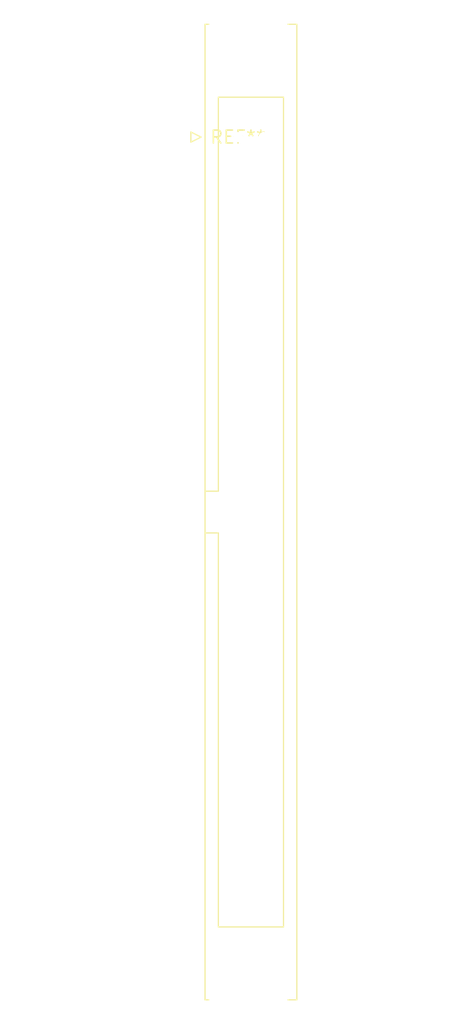
<source format=kicad_pcb>
(kicad_pcb (version 20240108) (generator pcbnew)
  (layers (0 "F.Cu" signal) (31 "B.Cu" signal) (34 "B.Paste" user) (35 "F.Paste" user) (36 "B.SilkS" user "B.Silkscreen") (37 "F.SilkS" user "F.Silkscreen") (38 "B.Mask" user) (39 "F.Mask" user) (44 "Edge.Cuts" user))
  (net 0 "")
  (footprint "IDC-Header_2x30-1MP_P2.54mm_Latch_Vertical" (layer "F.Cu") (at 0 0)
    (property "Reference" "REF**")
    (property "Value" "IDC-Header_2x30-1MP_P2.54mm_Latch_Vertical")
    (fp_line (start -4.63 -0.5) (end -4.63 0.5) (layer "F.SilkS") (stroke (width 0.12)))
    (fp_line (start -4.63 0.5) (end -3.63 0) (layer "F.SilkS") (stroke (width 0.12)))
    (fp_line (start -3.63 0) (end -4.63 -0.5) (layer "F.SilkS") (stroke (width 0.12)))
    (fp_line (start -3.24 -11.08) (end -3.24 84.74) (layer "F.SilkS") (stroke (width 0.12)))
    (fp_line (start -3.24 34.78) (end -1.93 34.78) (layer "F.SilkS") (stroke (width 0.12)))
    (fp_line (start -3.24 84.74) (end -2.87 84.74) (layer "F.SilkS") (stroke (width 0.12)))
    (fp_line (start -2.87 -11.08) (end -3.24 -11.08) (layer "F.SilkS") (stroke (width 0.12)))
    (fp_line (start -1.93 -3.92) (end 4.47 -3.92) (layer "F.SilkS") (stroke (width 0.12)))
    (fp_line (start -1.93 34.78) (end -1.93 -3.92) (layer "F.SilkS") (stroke (width 0.12)))
    (fp_line (start -1.93 38.88) (end -3.24 38.88) (layer "F.SilkS") (stroke (width 0.12)))
    (fp_line (start -1.93 38.88) (end -1.93 38.88) (layer "F.SilkS") (stroke (width 0.12)))
    (fp_line (start -1.93 77.58) (end -1.93 38.88) (layer "F.SilkS") (stroke (width 0.12)))
    (fp_line (start 4.47 -3.92) (end 4.47 77.58) (layer "F.SilkS") (stroke (width 0.12)))
    (fp_line (start 4.47 77.58) (end -1.93 77.58) (layer "F.SilkS") (stroke (width 0.12)))
    (fp_line (start 4.91 -11.08) (end 5.78 -11.08) (layer "F.SilkS") (stroke (width 0.12)))
    (fp_line (start 5.78 -11.08) (end 5.78 84.74) (layer "F.SilkS") (stroke (width 0.12)))
    (fp_line (start 5.78 84.74) (end 4.91 84.74) (layer "F.SilkS") (stroke (width 0.12)))
    (pad "1" thru_hole roundrect (at 0 0) (size 1.7 1.7) (drill 1) (layers *.Cu *.Mask) (remove_unused_layers) (roundrect_rratio 0.147059))
    (pad "2" thru_hole circle (at 2.54 0) (size 1.7 1.7) (drill 1) (layers *.Cu *.Mask) (remove_unused_layers))
    (pad "3" thru_hole circle (at 0 2.54) (size 1.7 1.7) (drill 1) (layers *.Cu *.Mask) (remove_unused_layers))
    (pad "4" thru_hole circle (at 2.54 2.54) (size 1.7 1.7) (drill 1) (layers *.Cu *.Mask) (remove_unused_layers))
    (pad "5" thru_hole circle (at 0 5.08) (size 1.7 1.7) (drill 1) (layers *.Cu *.Mask) (remove_unused_layers))
    (pad "6" thru_hole circle (at 2.54 5.08) (size 1.7 1.7) (drill 1) (layers *.Cu *.Mask) (remove_unused_layers))
    (pad "7" thru_hole circle (at 0 7.62) (size 1.7 1.7) (drill 1) (layers *.Cu *.Mask) (remove_unused_layers))
    (pad "8" thru_hole circle (at 2.54 7.62) (size 1.7 1.7) (drill 1) (layers *.Cu *.Mask) (remove_unused_layers))
    (pad "9" thru_hole circle (at 0 10.16) (size 1.7 1.7) (drill 1) (layers *.Cu *.Mask) (remove_unused_layers))
    (pad "10" thru_hole circle (at 2.54 10.16) (size 1.7 1.7) (drill 1) (layers *.Cu *.Mask) (remove_unused_layers))
    (pad "11" thru_hole circle (at 0 12.7) (size 1.7 1.7) (drill 1) (layers *.Cu *.Mask) (remove_unused_layers))
    (pad "12" thru_hole circle (at 2.54 12.7) (size 1.7 1.7) (drill 1) (layers *.Cu *.Mask) (remove_unused_layers))
    (pad "13" thru_hole circle (at 0 15.24) (size 1.7 1.7) (drill 1) (layers *.Cu *.Mask) (remove_unused_layers))
    (pad "14" thru_hole circle (at 2.54 15.24) (size 1.7 1.7) (drill 1) (layers *.Cu *.Mask) (remove_unused_layers))
    (pad "15" thru_hole circle (at 0 17.78) (size 1.7 1.7) (drill 1) (layers *.Cu *.Mask) (remove_unused_layers))
    (pad "16" thru_hole circle (at 2.54 17.78) (size 1.7 1.7) (drill 1) (layers *.Cu *.Mask) (remove_unused_layers))
    (pad "17" thru_hole circle (at 0 20.32) (size 1.7 1.7) (drill 1) (layers *.Cu *.Mask) (remove_unused_layers))
    (pad "18" thru_hole circle (at 2.54 20.32) (size 1.7 1.7) (drill 1) (layers *.Cu *.Mask) (remove_unused_layers))
    (pad "19" thru_hole circle (at 0 22.86) (size 1.7 1.7) (drill 1) (layers *.Cu *.Mask) (remove_unused_layers))
    (pad "20" thru_hole circle (at 2.54 22.86) (size 1.7 1.7) (drill 1) (layers *.Cu *.Mask) (remove_unused_layers))
    (pad "21" thru_hole circle (at 0 25.4) (size 1.7 1.7) (drill 1) (layers *.Cu *.Mask) (remove_unused_layers))
    (pad "22" thru_hole circle (at 2.54 25.4) (size 1.7 1.7) (drill 1) (layers *.Cu *.Mask) (remove_unused_layers))
    (pad "23" thru_hole circle (at 0 27.94) (size 1.7 1.7) (drill 1) (layers *.Cu *.Mask) (remove_unused_layers))
    (pad "24" thru_hole circle (at 2.54 27.94) (size 1.7 1.7) (drill 1) (layers *.Cu *.Mask) (remove_unused_layers))
    (pad "25" thru_hole circle (at 0 30.48) (size 1.7 1.7) (drill 1) (layers *.Cu *.Mask) (remove_unused_layers))
    (pad "26" thru_hole circle (at 2.54 30.48) (size 1.7 1.7) (drill 1) (layers *.Cu *.Mask) (remove_unused_layers))
    (pad "27" thru_hole circle (at 0 33.02) (size 1.7 1.7) (drill 1) (layers *.Cu *.Mask) (remove_unused_layers))
    (pad "28" thru_hole circle (at 2.54 33.02) (size 1.7 1.7) (drill 1) (layers *.Cu *.Mask) (remove_unused_layers))
    (pad "29" thru_hole circle (at 0 35.56) (size 1.7 1.7) (drill 1) (layers *.Cu *.Mask) (remove_unused_layers))
    (pad "30" thru_hole circle (at 2.54 35.56) (size 1.7 1.7) (drill 1) (layers *.Cu *.Mask) (remove_unused_layers))
    (pad "31" thru_hole circle (at 0 38.1) (size 1.7 1.7) (drill 1) (layers *.Cu *.Mask) (remove_unused_layers))
    (pad "32" thru_hole circle (at 2.54 38.1) (size 1.7 1.7) (drill 1) (layers *.Cu *.Mask) (remove_unused_layers))
    (pad "33" thru_hole circle (at 0 40.64) (size 1.7 1.7) (drill 1) (layers *.Cu *.Mask) (remove_unused_layers))
    (pad "34" thru_hole circle (at 2.54 40.64) (size 1.7 1.7) (drill 1) (layers *.Cu *.Mask) (remove_unused_layers))
    (pad "35" thru_hole circle (at 0 43.18) (size 1.7 1.7) (drill 1) (layers *.Cu *.Mask) (remove_unused_layers))
    (pad "36" thru_hole circle (at 2.54 43.18) (size 1.7 1.7) (drill 1) (layers *.Cu *.Mask) (remove_unused_layers))
    (pad "37" thru_hole circle (at 0 45.72) (size 1.7 1.7) (drill 1) (layers *.Cu *.Mask) (remove_unused_layers))
    (pad "38" thru_hole circle (at 2.54 45.72) (size 1.7 1.7) (drill 1) (layers *.Cu *.Mask) (remove_unused_layers))
    (pad "39" thru_hole circle (at 0 48.26) (size 1.7 1.7) (drill 1) (layers *.Cu *.Mask) (remove_unused_layers))
    (pad "40" thru_hole circle (at 2.54 48.26) (size 1.7 1.7) (drill 1) (layers *.Cu *.Mask) (remove_unused_layers))
    (pad "41" thru_hole circle (at 0 50.8) (size 1.7 1.7) (drill 1) (layers *.Cu *.Mask) (remove_unused_layers))
    (pad "42" thru_hole circle (at 2.54 50.8) (size 1.7 1.7) (drill 1) (layers *.Cu *.Mask) (remove_unused_layers))
    (pad "43" thru_hole circle (at 0 53.34) (size 1.7 1.7) (drill 1) (layers *.Cu *.Mask) (remove_unused_layers))
    (pad "44" thru_hole circle (at 2.54 53.34) (size 1.7 1.7) (drill 1) (layers *.Cu *.Mask) (remove_unused_layers))
    (pad "45" thru_hole circle (at 0 55.88) (size 1.7 1.7) (drill 1) (layers *.Cu *.Mask) (remove_unused_layers))
    (pad "46" thru_hole circle (at 2.54 55.88) (size 1.7 1.7) (drill 1) (layers *.Cu *.Mask) (remove_unused_layers))
    (pad "47" thru_hole circle (at 0 58.42) (size 1.7 1.7) (drill 1) (layers *.Cu *.Mask) (remove_unused_layers))
    (pad "48" thru_hole circle (at 2.54 58.42) (size 1.7 1.7) (drill 1) (layers *.Cu *.Mask) (remove_unused_layers))
    (pad "49" thru_hole circle (at 0 60.96) (size 1.7 1.7) (drill 1) (layers *.Cu *.Mask) (remove_unused_layers))
    (pad "50" thru_hole circle (at 2.54 60.96) (size 1.7 1.7) (drill 1) (layers *.Cu *.Mask) (remove_unused_layers))
    (pad "51" thru_hole circle (at 0 63.5) (size 1.7 1.7) (drill 1) (layers *.Cu *.Mask) (remove_unused_layers))
    (pad "52" thru_hole circle (at 2.54 63.5) (size 1.7 1.7) (drill 1) (layers *.Cu *.Mask) (remove_unused_layers))
    (pad "53" thru_hole circle (at 0 66.04) (size 1.7 1.7) (drill 1) (layers *.Cu *.Mask) (remove_unused_layers))
    (pad "54" thru_hole circle (at 2.54 66.04) (size 1.7 1.7) (drill 1) (layers *.Cu *.Mask) (remove_unused_layers))
    (pad "55" thru_hole circle (at 0 68.58) (size 1.7 1.7) (drill 1) (layers *.Cu *.Mask) (remove_unused_layers))
    (pad "56" thru_hole circle (at 2.54 68.58) (size 1.7 1.7) (drill 1) (layers *.Cu *.Mask) (remove_unused_layers))
    (pad "57" thru_hole circle (at 0 71.12) (size 1.7 1.7) (drill 1) (layers *.Cu *.Mask) (remove_unused_layers))
    (pad "58" thru_hole circle (at 2.54 71.12) (size 1.7 1.7) (drill 1) (layers *.Cu *.Mask) (remove_unused_layers))
    (pad "59" thru_hole circle (at 0 73.66) (size 1.7 1.7) (drill 1) (layers *.Cu *.Mask) (remove_unused_layers))
    (pad "60" thru_hole circle (at 2.54 73.66) (size 1.7 1.7) (drill 1) (layers *.Cu *.Mask) (remove_unused_layers))
    (pad "MP" thru_hole circle (at 1.02 -8.94) (size 8 8) (drill 2.69) (layers *.Cu *.Mask) (remove_unused_layers))
    (pad "MP" thru_hole circle (at 1.02 82.6) (size 8 8) (drill 2.69) (layers *.Cu *.Mask) (remove_unused_layers))
  )
)
</source>
